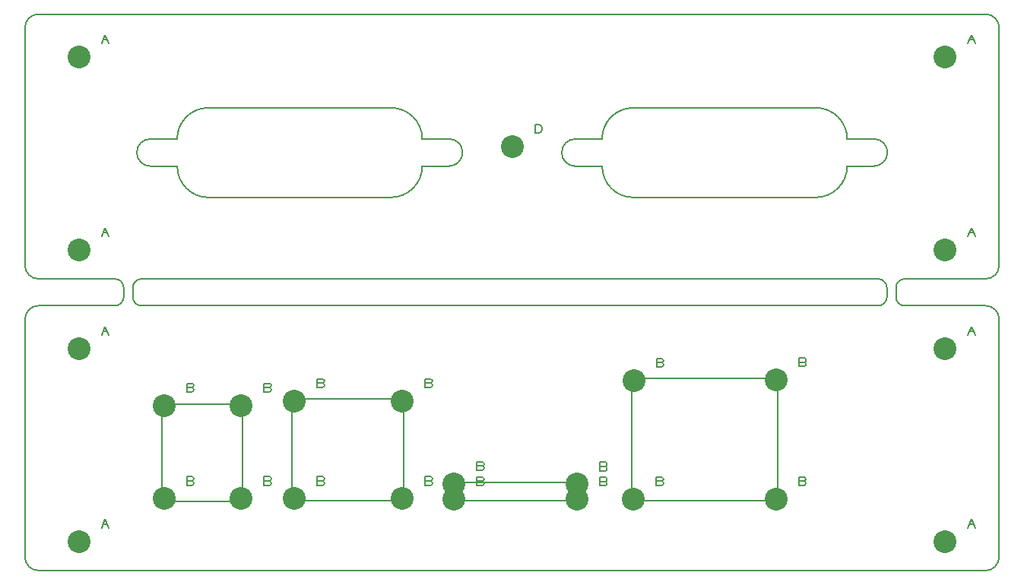
<source format=gbr>
%FSLAX36Y36*%
%MOMM*%
G04 EasyPC Gerber Version 18.0.8 Build 3632 *
%ADD11C,0.12700*%
%ADD70C,2.54000*%
X0Y0D02*
D02*
D11*
X41512700Y97411500D02*
G75*
G03X40012700Y95911500J-1500000D01*
G01*
Y69411500*
G75*
G03X41512700Y67911500I1500000*
G01*
X50012700*
G75*
G02X51012700Y66911500J-1000000*
G01*
Y65911500*
G75*
G02X50012700Y64911500I-1000000*
G01*
X41512700*
G75*
G03X40012700Y63411500J-1500000*
G01*
Y36911500*
G75*
G03X41512700Y35411500I1500000*
G01*
X147012700*
G75*
G03X148512700Y36911500J1500000*
G01*
Y63411500*
G75*
G03X147012700Y64911500I-1500000*
G01*
X138012700*
G75*
G02X137012700Y65911500J1000000*
G01*
Y66911500*
G75*
G02X138012700Y67911500I1000000*
G01*
X147012700*
G75*
G03X148512700Y69411500J1500000*
G01*
Y95911500*
G75*
G03X147012700Y97411500I-1500000*
G01*
X41512700*
X48552700Y40169600D02*
X48949600Y41122100D01*
X49346500Y40169600*
X48711500Y40566500D02*
X49187700D01*
X48552700Y61669600D02*
X48949600Y62622100D01*
X49346500Y61669600*
X48711500Y62066500D02*
X49187700D01*
X48552700Y72669600D02*
X48949600Y73622100D01*
X49346500Y72669600*
X48711500Y73066500D02*
X49187700D01*
X48552700Y94169600D02*
X48949600Y95122100D01*
X49346500Y94169600*
X48711500Y94566500D02*
X49187700D01*
X53012700Y67911500D02*
G75*
G03X52012700Y66911500J-1000000D01*
G01*
Y65911500*
G75*
G03X53012700Y64911500I1000000*
G01*
X135012700*
G75*
G03X136012700Y65911500J1000000*
G01*
Y66911500*
G75*
G03X135012700Y67911500I-1000000*
G01*
X53012700*
X55762700Y53911500D02*
G75*
G03X55262700Y53411500J-500000D01*
G01*
Y43511500*
G75*
G03X55662700Y43111500I400000*
G01*
X63862700*
G75*
G03X64262700Y43511500J400000*
G01*
Y53411500*
G75*
G03X63762700Y53911500I-500000*
G01*
X55762700*
X58608300Y45395900D02*
X58767100Y45316500D01*
X58846500Y45157800*
X58767100Y44999000*
X58608300Y44919600*
X58052700*
Y45872100*
X58608300*
X58767100Y45792800*
X58846500Y45634000*
X58767100Y45475300*
X58608300Y45395900*
X58052700*
X58608300Y55795900D02*
X58767100Y55716500D01*
X58846500Y55557800*
X58767100Y55399000*
X58608300Y55319600*
X58052700*
Y56272100*
X58608300*
X58767100Y56192800*
X58846500Y56034000*
X58767100Y55875300*
X58608300Y55795900*
X58052700*
X60441700Y86976500D02*
G75*
G03X56957300Y83492100J-3484400D01*
G01*
X53962700*
G75*
G03X52474700Y82004100J-1488000*
G01*
Y81954500*
G75*
G03X53956500Y80472700I1481800*
G01*
X56975900*
Y80460300*
G75*
G03X60447900Y76988300I3472000*
G01*
X80765300*
G75*
G03X84262100Y80485100J3496800*
G01*
X87269100*
G75*
G03X88750900Y81966900J1481800*
G01*
Y82022700*
G75*
G03X87275300Y83498300I-1475600*
G01*
X84262100*
G75*
G03X80783900Y86976500I-3478200*
G01*
X60441700*
X67208300Y45395900D02*
X67367100Y45316500D01*
X67446500Y45157800*
X67367100Y44999000*
X67208300Y44919600*
X66652700*
Y45872100*
X67208300*
X67367100Y45792800*
X67446500Y45634000*
X67367100Y45475300*
X67208300Y45395900*
X66652700*
X67208300Y55795900D02*
X67367100Y55716500D01*
X67446500Y55557800*
X67367100Y55399000*
X67208300Y55319600*
X66652700*
Y56272100*
X67208300*
X67367100Y56192800*
X67446500Y56034000*
X67367100Y55875300*
X67208300Y55795900*
X66652700*
X70262700Y54511500D02*
G75*
G03X69762700Y54011500J-500000D01*
G01*
Y43711500*
G75*
G03X70262700Y43211500I500000*
G01*
X81712700*
G75*
G03X82212700Y43711500J500000*
G01*
Y54011500*
G75*
G03X81712700Y54511500I-500000*
G01*
X70262700*
X73108300Y45395900D02*
X73267100Y45316500D01*
X73346500Y45157800*
X73267100Y44999000*
X73108300Y44919600*
X72552700*
Y45872100*
X73108300*
X73267100Y45792800*
X73346500Y45634000*
X73267100Y45475300*
X73108300Y45395900*
X72552700*
X73108300Y56295900D02*
X73267100Y56216500D01*
X73346500Y56057800*
X73267100Y55899000*
X73108300Y55819600*
X72552700*
Y56772100*
X73108300*
X73267100Y56692800*
X73346500Y56534000*
X73267100Y56375300*
X73108300Y56295900*
X72552700*
X85158300Y45395900D02*
X85317100Y45316500D01*
X85396500Y45157800*
X85317100Y44999000*
X85158300Y44919600*
X84602700*
Y45872100*
X85158300*
X85317100Y45792800*
X85396500Y45634000*
X85317100Y45475300*
X85158300Y45395900*
X84602700*
X85158300Y56295900D02*
X85317100Y56216500D01*
X85396500Y56057800*
X85317100Y55899000*
X85158300Y55819600*
X84602700*
Y56772100*
X85158300*
X85317100Y56692800*
X85396500Y56534000*
X85317100Y56375300*
X85158300Y56295900*
X84602700*
X88062700Y45211500D02*
G75*
G03X87562700Y44711500J-500000D01*
G01*
Y43711500*
G75*
G03X88062700Y43211500I500000*
G01*
X101112700*
G75*
G03X101612700Y43711500J500000*
G01*
Y44711500*
G75*
G03X101112700Y45211500I-500000*
G01*
X88062700*
X90895800Y45358400D02*
X91054600Y45279000D01*
X91134000Y45120300*
X91054600Y44961500*
X90895800Y44882100*
X90340200*
Y45834600*
X90895800*
X91054600Y45755300*
X91134000Y45596500*
X91054600Y45437800*
X90895800Y45358400*
X90340200*
X90895800Y47045900D02*
X91054600Y46966500D01*
X91134000Y46807800*
X91054600Y46649000*
X90895800Y46569600*
X90340200*
Y47522100*
X90895800*
X91054600Y47442800*
X91134000Y47284000*
X91054600Y47125300*
X90895800Y47045900*
X90340200*
X96802700Y84169600D02*
Y85122100D01*
X97279000*
X97437700Y85042800*
X97517100Y84963400*
X97596500Y84804600*
Y84487100*
X97517100Y84328400*
X97437700Y84249000*
X97279000Y84169600*
X96802700*
X104595800Y45345900D02*
X104754600Y45266500D01*
X104834000Y45107800*
X104754600Y44949000*
X104595800Y44869600*
X104040200*
Y45822100*
X104595800*
X104754600Y45742800*
X104834000Y45584000*
X104754600Y45425300*
X104595800Y45345900*
X104040200*
X104595800Y47008400D02*
X104754600Y46929000D01*
X104834000Y46770300*
X104754600Y46611500*
X104595800Y46532100*
X104040200*
Y47484600*
X104595800*
X104754600Y47405300*
X104834000Y47246500*
X104754600Y47087800*
X104595800Y47008400*
X104040200*
X107762700Y86976500D02*
G75*
G03X104278300Y83492100J-3484400D01*
G01*
X101283700*
G75*
G03X99795700Y82004100J-1488000*
G01*
Y81954500*
G75*
G03X101277500Y80472700I1481800*
G01*
X104296900*
Y80460300*
G75*
G03X107768900Y76988300I3472000*
G01*
X128086300*
G75*
G03X131583100Y80485100J3496800*
G01*
X134590100*
G75*
G03X136071900Y81966900J1481800*
G01*
Y82022700*
G75*
G03X134596300Y83498300I-1475600*
G01*
X131583100*
G75*
G03X128104900Y86976500I-3478200*
G01*
X107762700*
X108062700Y56811500D02*
G75*
G03X107562700Y56311500J-500000D01*
G01*
Y43711500*
G75*
G03X108062700Y43211500I500000*
G01*
X123312700*
G75*
G03X123812700Y43711500J500000*
G01*
Y56311500*
G75*
G03X123312700Y56811500I-500000*
G01*
X108062700*
X110870800Y45358400D02*
X111029600Y45279000D01*
X111109000Y45120300*
X111029600Y44961500*
X110870800Y44882100*
X110315200*
Y45834600*
X110870800*
X111029600Y45755300*
X111109000Y45596500*
X111029600Y45437800*
X110870800Y45358400*
X110315200*
X110908300Y58570900D02*
X111067100Y58491500D01*
X111146500Y58332800*
X111067100Y58174000*
X110908300Y58094600*
X110352700*
Y59047100*
X110908300*
X111067100Y58967800*
X111146500Y58809000*
X111067100Y58650300*
X110908300Y58570900*
X110352700*
X126770800Y45358400D02*
X126929600Y45279000D01*
X127009000Y45120300*
X126929600Y44961500*
X126770800Y44882100*
X126215200*
Y45834600*
X126770800*
X126929600Y45755300*
X127009000Y45596500*
X126929600Y45437800*
X126770800Y45358400*
X126215200*
X126783300Y58620900D02*
X126942100Y58541500D01*
X127021500Y58382800*
X126942100Y58224000*
X126783300Y58144600*
X126227700*
Y59097100*
X126783300*
X126942100Y59017800*
X127021500Y58859000*
X126942100Y58700300*
X126783300Y58620900*
X126227700*
X145052700Y40169600D02*
X145449600Y41122100D01*
X145846500Y40169600*
X145211500Y40566500D02*
X145687700D01*
X145052700Y61669600D02*
X145449600Y62622100D01*
X145846500Y61669600*
X145211500Y62066500D02*
X145687700D01*
X145052700Y72669600D02*
X145449600Y73622100D01*
X145846500Y72669600*
X145211500Y73066500D02*
X145687700D01*
X145052700Y94169600D02*
X145449600Y95122100D01*
X145846500Y94169600*
X145211500Y94566500D02*
X145687700D01*
D02*
D70*
X46012700Y38661500D03*
Y60161500D03*
Y71161500D03*
Y92661500D03*
X55512700Y43411500D03*
Y53811500D03*
X64112700Y43411500D03*
Y53811500D03*
X70012700Y43411500D03*
Y54311500D03*
X82062700Y43411500D03*
Y54311500D03*
X87800200Y43374000D03*
Y45061500D03*
X94262700Y82661500D03*
X101500200Y43361500D03*
Y45024000D03*
X107775200Y43374000D03*
X107812700Y56586500D03*
X123675200Y43374000D03*
X123687700Y56636500D03*
X142512700Y38661500D03*
Y60161500D03*
Y71161500D03*
Y92661500D03*
X0Y0D02*
M02*

</source>
